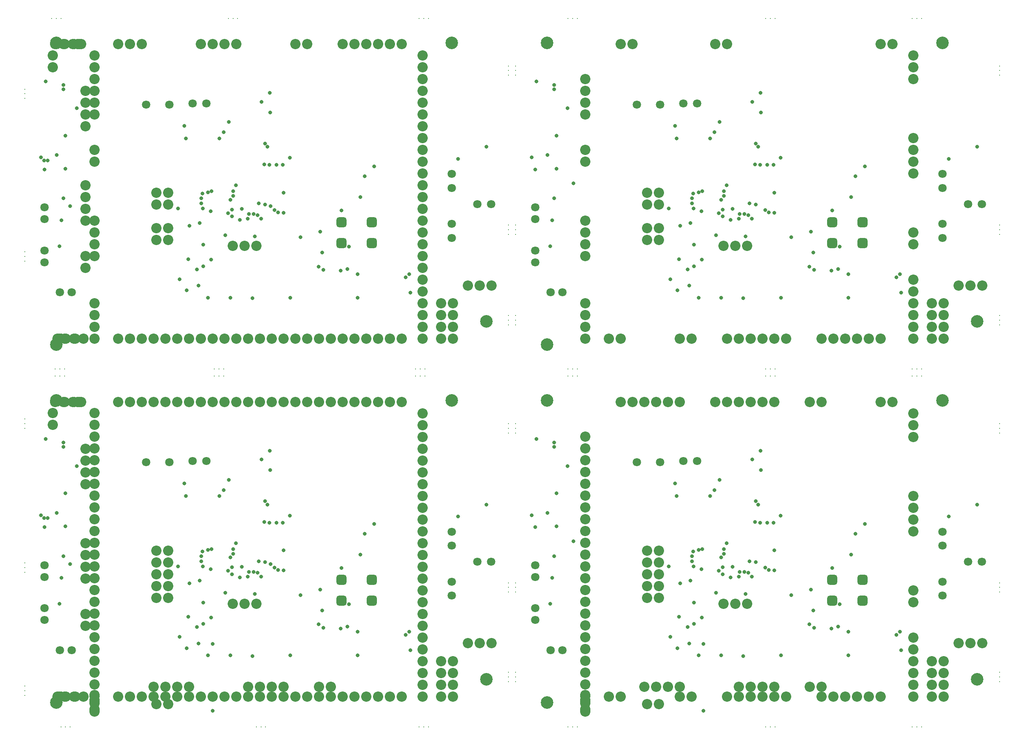
<source format=gbs>
%FSTAX24Y24*%
%MOMM*%
%SFA1B1*%

%IPPOS*%
%AMD50*
4,1,8,-0.500380,-1.102360,0.500380,-1.102360,1.102360,-0.500380,1.102360,0.500380,0.500380,1.102360,-0.500380,1.102360,-1.102360,0.500380,-1.102360,-0.500380,-0.500380,-1.102360,0.0*
1,1,1.203200,-0.500380,-0.500380*
1,1,1.203200,0.500380,-0.500380*
1,1,1.203200,0.500380,0.500380*
1,1,1.203200,-0.500380,0.500380*
%
%ADD49C,0.203200*%
G04~CAMADD=50~8~0.0~0.0~867.4~867.4~236.9~0.0~15~0.0~0.0~0.0~0.0~0~0.0~0.0~0.0~0.0~0~0.0~0.0~0.0~180.0~868.0~868.0*
%ADD50D50*%
%ADD51C,2.703195*%
%ADD52C,1.803196*%
%ADD53C,2.203196*%
%ADD54C,0.803198*%
%LNpcbpannel-1*%
%LPD*%
G54D49*
X474999Y837499D03*
X484999D03*
X494999D03*
Y822499D03*
X484999D03*
X474999D03*
X907499D03*
X917499D03*
X927499D03*
Y837499D03*
X917499D03*
X907499D03*
X132499Y822499D03*
X142499D03*
X152499D03*
Y837499D03*
X142499D03*
X132499D03*
X934999Y1592499D03*
X924999D03*
X914999D03*
X524999D03*
X514999D03*
X504999D03*
X144999D03*
X134999D03*
X124999D03*
X067499Y1439999D03*
Y1429999D03*
Y1419999D03*
Y1089999D03*
Y1079999D03*
Y1069999D03*
X144999Y067499D03*
X154999D03*
X164999D03*
X564999D03*
X574999D03*
X584999D03*
X914999D03*
X924999D03*
X934999D03*
X1234999D03*
X1244999D03*
X1254999D03*
X1659999D03*
X1669999D03*
X1679999D03*
X1974999D03*
X1984999D03*
X1994999D03*
Y837499D03*
X1984999D03*
X1974999D03*
Y822499D03*
X1984999D03*
X1994999D03*
X1679999Y837499D03*
X1669999D03*
X1659999D03*
Y822499D03*
X1669999D03*
X1679999D03*
X1254999Y837499D03*
X1244999D03*
X1234999D03*
Y822499D03*
X1244999D03*
X1254999D03*
X1974999Y1592499D03*
X1984999D03*
X1994999D03*
X1659999D03*
X1669999D03*
X1679999D03*
X1234999D03*
X1244999D03*
X1254999D03*
X067499Y134999D03*
Y144999D03*
Y154999D03*
Y399999D03*
Y409999D03*
Y419999D03*
Y709999D03*
Y719999D03*
Y729999D03*
X2162499Y1127499D03*
Y1137499D03*
Y1147499D03*
Y1469999D03*
Y1479999D03*
Y1489999D03*
Y719999D03*
Y709999D03*
Y699999D03*
Y377499D03*
Y367499D03*
Y357499D03*
Y9525D03*
Y942499D03*
Y932499D03*
Y164999D03*
Y174999D03*
Y184999D03*
X1107499D03*
Y174999D03*
Y164999D03*
Y932499D03*
Y942499D03*
Y9525D03*
Y357499D03*
Y367499D03*
Y377499D03*
Y699999D03*
Y709999D03*
Y719999D03*
Y1489999D03*
Y1479999D03*
Y1469999D03*
Y1147499D03*
Y1137499D03*
Y1127499D03*
X1122499Y1469999D03*
Y1479999D03*
Y1489999D03*
Y1127499D03*
Y1137499D03*
Y1147499D03*
Y932499D03*
Y942499D03*
Y9525D03*
Y699999D03*
Y709999D03*
Y719999D03*
Y357499D03*
Y367499D03*
Y377499D03*
Y164999D03*
Y174999D03*
Y184999D03*
G54D50*
X813249Y383858D03*
Y338858D03*
X748249D03*
Y383858D03*
X813249Y1153858D03*
Y1108858D03*
X748249D03*
Y1153858D03*
X1868249D03*
Y1108858D03*
X1803249D03*
Y1153858D03*
X1868249Y383858D03*
Y338858D03*
X1803249D03*
Y383858D03*
G54D51*
X984999Y769999D03*
X1059999Y169999D03*
X134999Y119999D03*
Y769999D03*
X984999Y1539999D03*
X1059999Y939999D03*
X134999Y889999D03*
Y1539999D03*
X2039999D03*
X2114999Y939999D03*
X1189999Y889999D03*
Y1539999D03*
X2039999Y769999D03*
X2114999Y169999D03*
X1189999Y119999D03*
Y769999D03*
G54D52*
X167899Y232499D03*
X142499D03*
X1039999Y422499D03*
X1069999D03*
X984999Y457499D03*
Y487499D03*
X109999Y322899D03*
Y297499D03*
Y389999D03*
Y415399D03*
X427999Y639499D03*
X457999D03*
X377999Y636999D03*
X327999D03*
X984999Y379999D03*
Y349999D03*
X167899Y1002499D03*
X142499D03*
X1039999Y1192499D03*
X1069999D03*
X984999Y1227499D03*
Y1257499D03*
X109999Y1092899D03*
Y1067499D03*
Y1159999D03*
Y1185399D03*
X427999Y1409499D03*
X457999D03*
X377999Y1406999D03*
X327999D03*
X984999Y1149999D03*
Y1119999D03*
X1222899Y1002499D03*
X1197499D03*
X2094999Y1192499D03*
X2124999D03*
X2039999Y1227499D03*
Y1257499D03*
X1164999Y1092899D03*
Y1067499D03*
Y1159999D03*
Y1185399D03*
X1482999Y1409499D03*
X1512999D03*
X1432999Y1406999D03*
X1382999D03*
X2039999Y1149999D03*
Y1119999D03*
X1222899Y232499D03*
X1197499D03*
X2094999Y422499D03*
X2124999D03*
X2039999Y457499D03*
Y487499D03*
X1164999Y322899D03*
Y297499D03*
Y389999D03*
Y415399D03*
X1482999Y639499D03*
X1512999D03*
X1432999Y636999D03*
X1382999D03*
X2039999Y379999D03*
Y349999D03*
G54D53*
X1019599Y247499D03*
X1044999D03*
X1070398Y247498D03*
X375398Y3958D03*
X375399Y421199D03*
Y446599D03*
X349999D03*
Y421199D03*
X349998Y3958D03*
X375399Y344999D03*
Y370399D03*
X349999D03*
Y344999D03*
X877799Y766998D03*
X852399D03*
X8016Y766999D03*
X827D03*
X725401Y767D03*
X700001D03*
X7508Y766999D03*
X7762D03*
X573001Y767D03*
X547601D03*
X496801Y767001D03*
X522201D03*
X623801Y767D03*
X598401D03*
X6492Y766999D03*
X6746D03*
X369801Y767D03*
X344401D03*
X293601Y767001D03*
X319001D03*
X420601Y767D03*
X395201D03*
X446Y766999D03*
X4714D03*
X2682D03*
X2175Y742498D03*
Y717098D03*
X217499Y666299D03*
Y691699D03*
X217498Y5901D03*
Y5647D03*
X217499Y615499D03*
Y640899D03*
X217498Y4377D03*
Y4123D03*
X217497Y361501D03*
Y386901D03*
X217498Y4885D03*
Y4631D03*
X217499Y513899D03*
Y539299D03*
X217498Y2345D03*
Y2091D03*
X217497Y158301D03*
Y183701D03*
X217498Y2853D03*
Y2599D03*
X217499Y310699D03*
Y336099D03*
Y132899D03*
X514599Y332499D03*
X565399D03*
X539999D03*
X922498Y132498D03*
Y157898D03*
X922499Y208697D03*
Y183297D03*
X9225Y284897D03*
Y310297D03*
X922499Y259497D03*
Y234097D03*
X9225Y437297D03*
Y462697D03*
X922501Y513496D03*
Y488096D03*
X9225Y386497D03*
Y411897D03*
X922499Y361097D03*
Y335697D03*
X9225Y640497D03*
Y665897D03*
X922501Y716696D03*
Y691296D03*
X9225Y589697D03*
Y615097D03*
X922499Y564297D03*
Y538897D03*
Y742097D03*
X987498Y2087D03*
Y1833D03*
X987497Y157901D03*
X987498Y1325D03*
X962098D03*
X962097Y157901D03*
X962098Y1833D03*
Y2087D03*
X267801Y132501D03*
X293201D03*
X344Y1325D03*
X3186D03*
X420199Y132499D03*
X445599D03*
X3948Y1325D03*
X3694D03*
X572599Y132499D03*
X597999D03*
X648798Y132498D03*
X623398D03*
X521799Y132499D03*
X547199D03*
X4964Y1325D03*
X471D03*
X775799Y132499D03*
X801199D03*
X851998Y132498D03*
X826598D03*
X724999Y132499D03*
X750399D03*
X6996Y1325D03*
X6742D03*
X8774D03*
X1019599Y1017499D03*
X1044999D03*
X1070398Y1017498D03*
X375398Y11658D03*
X375399Y1191199D03*
Y1216599D03*
X349999D03*
Y1191199D03*
X349998Y11658D03*
X375399Y1114999D03*
Y1140399D03*
X349999D03*
Y1114999D03*
X877799Y1536998D03*
X852399D03*
X8016Y1536999D03*
X827D03*
X725401Y1537D03*
X700001D03*
X7508Y1536999D03*
X7762D03*
X573001Y1537D03*
X547601D03*
X496801Y1537001D03*
X522201D03*
X623801Y1537D03*
X598401D03*
X6492Y1536999D03*
X6746D03*
X369801Y1537D03*
X344401D03*
X293601Y1537001D03*
X319001D03*
X420601Y1537D03*
X395201D03*
X446Y1536999D03*
X4714D03*
X2682D03*
X2175Y1512498D03*
Y1487098D03*
X217499Y1436299D03*
Y1461699D03*
X217498Y13601D03*
Y13347D03*
X217499Y1385499D03*
Y1410899D03*
X217498Y12077D03*
Y11823D03*
X217497Y1131501D03*
Y1156901D03*
X217498Y12585D03*
Y12331D03*
X217499Y1283899D03*
Y1309299D03*
X217498Y10045D03*
Y9791D03*
X217497Y928301D03*
Y953701D03*
X217498Y10553D03*
Y10299D03*
X217499Y1080699D03*
Y1106099D03*
Y902899D03*
X514599Y1102499D03*
X565399D03*
X539999D03*
X922498Y902498D03*
Y927898D03*
X922499Y978697D03*
Y953297D03*
X9225Y1054897D03*
Y1080297D03*
X922499Y1029497D03*
Y1004097D03*
X9225Y1207297D03*
Y1232697D03*
X922501Y1283496D03*
Y1258096D03*
X9225Y1156497D03*
Y1181897D03*
X922499Y1131097D03*
Y1105697D03*
X9225Y1410497D03*
Y1435897D03*
X922501Y1486696D03*
Y1461296D03*
X9225Y1359697D03*
Y1385097D03*
X922499Y1334297D03*
Y1308897D03*
Y1512097D03*
X987498Y9787D03*
Y9533D03*
X987497Y927901D03*
X987498Y9025D03*
X962098D03*
X962097Y927901D03*
X962098Y9533D03*
Y9787D03*
X267801Y902501D03*
X293201D03*
X344Y9025D03*
X3186D03*
X420199Y902499D03*
X445599D03*
X3948Y9025D03*
X3694D03*
X572599Y902499D03*
X597999D03*
X648798Y902498D03*
X623398D03*
X521799Y902499D03*
X547199D03*
X4964Y9025D03*
X471D03*
X775799Y902499D03*
X801199D03*
X851998Y902498D03*
X826598D03*
X724999Y902499D03*
X750399D03*
X6996Y9025D03*
X6742D03*
X8774D03*
X2074599Y1017499D03*
X2099999D03*
X2125398Y1017498D03*
X1430398Y11658D03*
X1430399Y1191199D03*
Y1216599D03*
X1404999D03*
Y1191199D03*
X1404998Y11658D03*
X1430399Y1114999D03*
Y1140399D03*
X1404999D03*
Y1114999D03*
X1932799Y1536998D03*
X1907399D03*
X18566Y1536999D03*
X1882D03*
X1780401Y1537D03*
X1755001D03*
X18058Y1536999D03*
X18312D03*
X1628001Y1537D03*
X1602601D03*
X1551801Y1537001D03*
X1577201D03*
X1678801Y1537D03*
X1653401D03*
X17042Y1536999D03*
X17296D03*
X1424801Y1537D03*
X1399401D03*
X1348601Y1537001D03*
X1374001D03*
X1475601Y1537D03*
X1450201D03*
X1501Y1536999D03*
X15264D03*
X13232D03*
X12725Y1512498D03*
Y1487098D03*
X1272499Y1436299D03*
Y1461699D03*
X1272498Y13601D03*
Y13347D03*
X1272499Y1385499D03*
Y1410899D03*
X1272498Y12077D03*
Y11823D03*
X1272497Y1131501D03*
Y1156901D03*
X1272498Y12585D03*
Y12331D03*
X1272499Y1283899D03*
Y1309299D03*
X1272498Y10045D03*
Y9791D03*
X1272497Y928301D03*
Y953701D03*
X1272498Y10553D03*
Y10299D03*
X1272499Y1080699D03*
Y1106099D03*
Y902899D03*
X1569599Y1102499D03*
X1620399D03*
X1594999D03*
X1977498Y902498D03*
Y927898D03*
X1977499Y978697D03*
Y953297D03*
X19775Y1054897D03*
Y1080297D03*
X1977499Y1029497D03*
Y1004097D03*
X19775Y1207297D03*
Y1232697D03*
X1977501Y1283496D03*
Y1258096D03*
X19775Y1156497D03*
Y1181897D03*
X1977499Y1131097D03*
Y1105697D03*
X19775Y1410497D03*
Y1435897D03*
X1977501Y1486696D03*
Y1461296D03*
X19775Y1359697D03*
Y1385097D03*
X1977499Y1334297D03*
Y1308897D03*
Y1512097D03*
X2042498Y9787D03*
Y9533D03*
X2042497Y927901D03*
X2042498Y9025D03*
X2017098D03*
X2017097Y927901D03*
X2017098Y9533D03*
Y9787D03*
X1322801Y902501D03*
X1348201D03*
X1399Y9025D03*
X13736D03*
X1475199Y902499D03*
X1500599D03*
X14498Y9025D03*
X14244D03*
X1627599Y902499D03*
X1652999D03*
X1703798Y902498D03*
X1678398D03*
X1576799Y902499D03*
X1602199D03*
X15514Y9025D03*
X1526D03*
X1830799Y902499D03*
X1856199D03*
X1906998Y902498D03*
X1881598D03*
X1779999Y902499D03*
X1805399D03*
X17546Y9025D03*
X17292D03*
X19324D03*
X2074599Y247499D03*
X2099999D03*
X2125398Y247498D03*
X1430398Y3958D03*
X1430399Y421199D03*
Y446599D03*
X1404999D03*
Y421199D03*
X1404998Y3958D03*
X1430399Y344999D03*
Y370399D03*
X1404999D03*
Y344999D03*
X1932799Y766998D03*
X1907399D03*
X18566Y766999D03*
X1882D03*
X1780401Y767D03*
X1755001D03*
X18058Y766999D03*
X18312D03*
X1628001Y767D03*
X1602601D03*
X1551801Y767001D03*
X1577201D03*
X1678801Y767D03*
X1653401D03*
X17042Y766999D03*
X17296D03*
X1424801Y767D03*
X1399401D03*
X1348601Y767001D03*
X1374001D03*
X1475601Y767D03*
X1450201D03*
X1501Y766999D03*
X15264D03*
X13232D03*
X12725Y742498D03*
Y717098D03*
X1272499Y666299D03*
Y691699D03*
X1272498Y5901D03*
Y5647D03*
X1272499Y615499D03*
Y640899D03*
X1272498Y4377D03*
Y4123D03*
X1272497Y361501D03*
Y386901D03*
X1272498Y4885D03*
Y4631D03*
X1272499Y513899D03*
Y539299D03*
X1272498Y2345D03*
Y2091D03*
X1272497Y158301D03*
Y183701D03*
X1272498Y2853D03*
Y2599D03*
X1272499Y310699D03*
Y336099D03*
Y132899D03*
X1569599Y332499D03*
X1620399D03*
X1594999D03*
X1977498Y132498D03*
Y157898D03*
X1977499Y208697D03*
Y183297D03*
X19775Y284897D03*
Y310297D03*
X1977499Y259497D03*
Y234097D03*
X19775Y437297D03*
Y462697D03*
X1977501Y513496D03*
Y488096D03*
X19775Y386497D03*
Y411897D03*
X1977499Y361097D03*
Y335697D03*
X19775Y640497D03*
Y665897D03*
X1977501Y716696D03*
Y691296D03*
X19775Y589697D03*
Y615097D03*
X1977499Y564297D03*
Y538897D03*
Y742097D03*
X2042498Y2087D03*
Y1833D03*
X2042497Y157901D03*
X2042498Y1325D03*
X2017098D03*
X2017097Y157901D03*
X2017098Y1833D03*
Y2087D03*
X1322801Y132501D03*
X1348201D03*
X1399Y1325D03*
X13736D03*
X1475199Y132499D03*
X1500599D03*
X14498Y1325D03*
X14244D03*
X1627599Y132499D03*
X1652999D03*
X1703798Y132498D03*
X1678398D03*
X1576799Y132499D03*
X1602199D03*
X15514Y1325D03*
X1526D03*
X1830799Y132499D03*
X1856199D03*
X1906998Y132498D03*
X1881598D03*
X1779999Y132499D03*
X1805399D03*
X17546Y1325D03*
X17292D03*
X19324D03*
G54D54*
X698999Y287999D03*
X760999Y282999D03*
X763999Y330999D03*
X708999Y280999D03*
X745999Y278999D03*
X886108Y265108D03*
X817999Y503999D03*
X797999Y482999D03*
X998999Y519999D03*
X659999Y350999D03*
X706999Y317999D03*
X636999Y521999D03*
X154999Y569999D03*
X1059999Y545999D03*
X594999Y619999D03*
X593999Y661999D03*
X575999Y642999D03*
X505999Y598999D03*
X178999Y628999D03*
X111999Y686999D03*
X145999Y387999D03*
X135999Y527999D03*
X109999Y496999D03*
X154999Y498999D03*
X141999Y331999D03*
X399999Y260999D03*
X418999Y303999D03*
X414999Y236999D03*
X470999Y245999D03*
X440999Y246999D03*
X514999Y449999D03*
Y439999D03*
X508999Y431999D03*
X520999Y462999D03*
X468998Y449998D03*
X460999Y447999D03*
X448999Y444999D03*
X446999Y434999D03*
Y423999D03*
X420999Y375999D03*
X466999Y406999D03*
X449999Y412999D03*
X396999D03*
X442999Y381999D03*
X512999Y395999D03*
Y410999D03*
X533999Y411999D03*
X450999Y334999D03*
Y288999D03*
X436999Y281999D03*
X497999Y355999D03*
X460999Y220999D03*
X508999D03*
X556999Y219999D03*
X637999Y220999D03*
X782999D03*
Y271999D03*
X893999D03*
X191999Y466999D03*
X149999Y434999D03*
Y678999D03*
Y669999D03*
X102196Y522802D03*
X10856Y516438D03*
X546999Y390999D03*
X503999Y402999D03*
X467999Y302999D03*
X561999Y352999D03*
X548999Y400999D03*
X558999D03*
X567999Y398999D03*
X788999Y437999D03*
X569999Y423999D03*
X623999Y446999D03*
X583999Y421999D03*
X595999Y417999D03*
X603999Y409999D03*
X611999Y404999D03*
X623999Y403999D03*
X895999Y231999D03*
X592999Y506999D03*
X581999Y508D03*
X588999Y545999D03*
X583999Y552999D03*
X413999Y563999D03*
X485999D03*
X409999Y590999D03*
X494999Y576999D03*
X621999Y506999D03*
X529999Y388999D03*
X607999Y506999D03*
X574999Y390999D03*
X701999Y362999D03*
X747999Y408999D03*
X698999Y1057999D03*
X760999Y1052999D03*
X763999Y1100999D03*
X708999Y1050999D03*
X745999Y1048999D03*
X886108Y1035108D03*
X817999Y1273999D03*
X797999Y1252999D03*
X998999Y1289999D03*
X659999Y1120999D03*
X706999Y1087999D03*
X636999Y1291999D03*
X154999Y1339999D03*
X1059999Y1315999D03*
X594999Y1389999D03*
X593999Y1431999D03*
X575999Y1412999D03*
X505999Y1368999D03*
X178999Y1398999D03*
X111999Y1456999D03*
X145999Y1157999D03*
X135999Y1297999D03*
X109999Y1266999D03*
X154999Y1268999D03*
X141999Y1101999D03*
X399999Y1030999D03*
X418999Y1073999D03*
X414999Y1006999D03*
X470999Y1016D03*
X440999Y1016999D03*
X514999Y1219999D03*
Y1209999D03*
X508999Y1201999D03*
X520999Y1232999D03*
X468998Y1219998D03*
X460999Y1217999D03*
X448999Y1214999D03*
X446999Y1204999D03*
Y1193999D03*
X420999Y1145999D03*
X466999Y1176999D03*
X449999Y1182999D03*
X396999D03*
X442999Y1151999D03*
X512999Y1165999D03*
Y1180999D03*
X533999Y1181999D03*
X450999Y1104999D03*
Y1058999D03*
X436999Y1051999D03*
X497999Y1125999D03*
X460999Y990999D03*
X508999D03*
X556999Y989999D03*
X637999Y990999D03*
X782999D03*
Y1041999D03*
X893999D03*
X191999Y1236999D03*
X149999Y1204999D03*
Y1448999D03*
Y1439999D03*
X102196Y1292802D03*
X10856Y1286438D03*
X546999Y1160999D03*
X503999Y1172999D03*
X467999Y1072999D03*
X561999Y1122999D03*
X548999Y1170999D03*
X558999D03*
X567999Y1168999D03*
X788999Y1207999D03*
X569999Y1193999D03*
X623999Y1216999D03*
X583999Y1191999D03*
X595999Y1187999D03*
X603999Y1179999D03*
X611999Y1174999D03*
X623999Y1173999D03*
X895999Y1001999D03*
X592999Y1276999D03*
X581999Y1277999D03*
X588999Y1315999D03*
X583999Y1322999D03*
X413999Y1333999D03*
X485999D03*
X409999Y1360999D03*
X494999Y1346999D03*
X621999Y1276999D03*
X529999Y1158999D03*
X607999Y1276999D03*
X574999Y1160999D03*
X701999Y1132999D03*
X747999Y1178999D03*
X1753999Y1057999D03*
X1815999Y1052999D03*
X1818999Y1100999D03*
X1763999Y1050999D03*
X1800999Y1048999D03*
X1941108Y1035108D03*
X1872999Y1273999D03*
X1852999Y1252999D03*
X2053999Y1289999D03*
X1714999Y1120999D03*
X1761999Y1087999D03*
X1691999Y1291999D03*
X1209999Y1339999D03*
X2114999Y1315999D03*
X1649999Y1389999D03*
X1648999Y1431999D03*
X1630999Y1412999D03*
X1560999Y1368999D03*
X1233999Y1398999D03*
X1166999Y1456999D03*
X1200999Y1157999D03*
X1190999Y1297999D03*
X1164999Y1266999D03*
X1209999Y1268999D03*
X1196999Y1101999D03*
X1454999Y1030999D03*
X1473999Y1073999D03*
X1469999Y1006999D03*
X1525999Y1016D03*
X1495999Y1016999D03*
X1569999Y1219999D03*
Y1209999D03*
X1563999Y1201999D03*
X1575999Y1232999D03*
X1523998Y1219998D03*
X1515999Y1217999D03*
X1503999Y1214999D03*
X1501999Y1204999D03*
Y1193999D03*
X1475999Y1145999D03*
X1521999Y1176999D03*
X1504999Y1182999D03*
X1451999D03*
X1497999Y1151999D03*
X1567999Y1165999D03*
Y1180999D03*
X1588999Y1181999D03*
X1505999Y1104999D03*
Y1058999D03*
X1491999Y1051999D03*
X1552999Y1125999D03*
X1515999Y990999D03*
X1563999D03*
X1611999Y989999D03*
X1692999Y990999D03*
X1837999D03*
Y1041999D03*
X1948999D03*
X1246999Y1236999D03*
X1204999Y1204999D03*
Y1448999D03*
Y1439999D03*
X1157196Y1292802D03*
X116356Y1286438D03*
X1601999Y1160999D03*
X1558999Y1172999D03*
X1522999Y1072999D03*
X1616999Y1122999D03*
X1603999Y1170999D03*
X1613999D03*
X1622999Y1168999D03*
X1843999Y1207999D03*
X1624999Y1193999D03*
X1678999Y1216999D03*
X1638999Y1191999D03*
X1651Y1187999D03*
X1658999Y1179999D03*
X1666999Y1174999D03*
X1678999Y1173999D03*
X1950999Y1001999D03*
X1647999Y1276999D03*
X1636999Y1277999D03*
X1643999Y1315999D03*
X1638999Y1322999D03*
X1468999Y1333999D03*
X1540999D03*
X1464999Y1360999D03*
X1549999Y1346999D03*
X1676999Y1276999D03*
X1584999Y1158999D03*
X1662999Y1276999D03*
X1629999Y1160999D03*
X1756999Y1132999D03*
X1802999Y1178999D03*
X1753999Y287999D03*
X1815999Y282999D03*
X1818999Y330999D03*
X1763999Y280999D03*
X1800999Y278999D03*
X1941108Y265108D03*
X1872999Y503999D03*
X1852999Y482999D03*
X2053999Y519999D03*
X1714999Y350999D03*
X1761999Y317999D03*
X1691999Y521999D03*
X1209999Y569999D03*
X2114999Y545999D03*
X1649999Y619999D03*
X1648999Y661999D03*
X1630999Y642999D03*
X1560999Y598999D03*
X1233999Y628999D03*
X1166999Y686999D03*
X1200999Y387999D03*
X1190999Y527999D03*
X1164999Y496999D03*
X1209999Y498999D03*
X1196999Y331999D03*
X1454999Y260999D03*
X1473999Y303999D03*
X1469999Y236999D03*
X1525999Y245999D03*
X1495999Y246999D03*
X1569999Y449999D03*
Y439999D03*
X1563999Y431999D03*
X1575999Y462999D03*
X1523998Y449998D03*
X1515999Y447999D03*
X1503999Y444999D03*
X1501999Y434999D03*
Y423999D03*
X1475999Y375999D03*
X1521999Y406999D03*
X1504999Y412999D03*
X1451999D03*
X1497999Y381999D03*
X1567999Y395999D03*
Y410999D03*
X1588999Y411999D03*
X1505999Y334999D03*
Y288999D03*
X1491999Y281999D03*
X1552999Y355999D03*
X1515999Y220999D03*
X1563999D03*
X1611999Y219999D03*
X1692999Y220999D03*
X1837999D03*
Y271999D03*
X1948999D03*
X1246999Y466999D03*
X1204999Y434999D03*
Y678999D03*
Y669999D03*
X1157196Y522802D03*
X116356Y516438D03*
X1601999Y390999D03*
X1558999Y402999D03*
X1522999Y302999D03*
X1616999Y352999D03*
X1603999Y400999D03*
X1613999D03*
X1622999Y398999D03*
X1843999Y437999D03*
X1624999Y423999D03*
X1678999Y446999D03*
X1638999Y421999D03*
X1651Y417999D03*
X1658999Y409999D03*
X1666999Y404999D03*
X1678999Y403999D03*
X1950999Y231999D03*
X1647999Y506999D03*
X1636999Y508D03*
X1643999Y545999D03*
X1638999Y552999D03*
X1468999Y563999D03*
X1540999D03*
X1464999Y590999D03*
X1549999Y576999D03*
X1676999Y506999D03*
X1584999Y388999D03*
X1662999Y506999D03*
X1629999Y390999D03*
X1756999Y362999D03*
X1802999Y408999D03*
M02*
</source>
